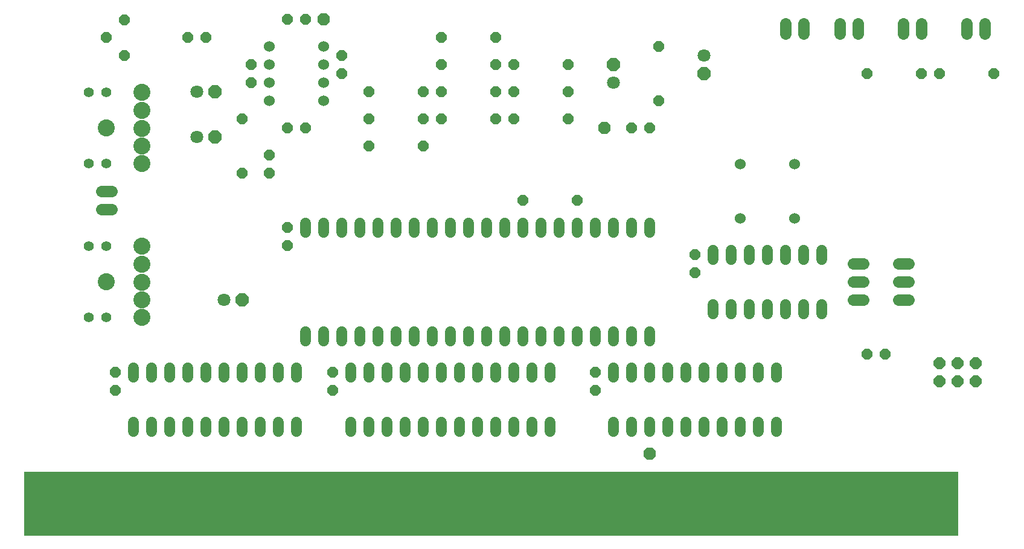
<source format=gts>
G04 EAGLE Gerber RS-274X export*
G75*
%MOMM*%
%FSLAX34Y34*%
%LPD*%
%INSoldermask Top*%
%IPPOS*%
%AMOC8*
5,1,8,0,0,1.08239X$1,22.5*%
G01*
%ADD10P,1.649562X8X292.500000*%
%ADD11P,1.649562X8X202.500000*%
%ADD12C,1.524000*%
%ADD13P,1.951982X8X22.500000*%
%ADD14C,1.803400*%
%ADD15P,1.649562X8X112.500000*%
%ADD16C,1.625600*%
%ADD17C,2.387600*%
%ADD18C,1.403200*%
%ADD19P,1.869504X8X292.500000*%
%ADD20P,1.951982X8X112.500000*%
%ADD21P,1.951982X8X292.500000*%
%ADD22R,1.983200X7.823200*%
%ADD23C,1.524000*%
%ADD24P,1.759533X8X22.500000*%
%ADD25P,1.869504X8X22.500000*%
%ADD26P,1.649562X8X22.500000*%

G36*
X1308120Y-758D02*
X1308120Y-758D01*
X1308139Y-760D01*
X1308241Y-738D01*
X1308343Y-722D01*
X1308360Y-712D01*
X1308380Y-708D01*
X1308469Y-655D01*
X1308560Y-606D01*
X1308574Y-592D01*
X1308591Y-582D01*
X1308658Y-503D01*
X1308730Y-428D01*
X1308738Y-410D01*
X1308751Y-395D01*
X1308790Y-299D01*
X1308833Y-205D01*
X1308835Y-185D01*
X1308843Y-167D01*
X1308861Y0D01*
X1308861Y88900D01*
X1308858Y88920D01*
X1308860Y88939D01*
X1308838Y89041D01*
X1308822Y89143D01*
X1308812Y89160D01*
X1308808Y89180D01*
X1308755Y89269D01*
X1308706Y89360D01*
X1308692Y89374D01*
X1308682Y89391D01*
X1308603Y89458D01*
X1308528Y89530D01*
X1308510Y89538D01*
X1308495Y89551D01*
X1308399Y89590D01*
X1308305Y89633D01*
X1308285Y89635D01*
X1308267Y89643D01*
X1308100Y89661D01*
X0Y89661D01*
X-20Y89658D01*
X-39Y89660D01*
X-141Y89638D01*
X-243Y89622D01*
X-260Y89612D01*
X-280Y89608D01*
X-369Y89555D01*
X-460Y89506D01*
X-474Y89492D01*
X-491Y89482D01*
X-558Y89403D01*
X-630Y89328D01*
X-638Y89310D01*
X-651Y89295D01*
X-690Y89199D01*
X-733Y89105D01*
X-735Y89085D01*
X-743Y89067D01*
X-761Y88900D01*
X-761Y0D01*
X-758Y-20D01*
X-760Y-39D01*
X-738Y-141D01*
X-722Y-243D01*
X-712Y-260D01*
X-708Y-280D01*
X-655Y-369D01*
X-606Y-460D01*
X-592Y-474D01*
X-582Y-491D01*
X-503Y-558D01*
X-428Y-630D01*
X-410Y-638D01*
X-395Y-651D01*
X-299Y-690D01*
X-205Y-733D01*
X-185Y-735D01*
X-167Y-743D01*
X0Y-761D01*
X1308100Y-761D01*
X1308120Y-758D01*
G37*
D10*
X139700Y673354D03*
X139700Y723646D03*
X114300Y698500D03*
D11*
X254000Y698500D03*
X228600Y698500D03*
D12*
X342900Y685800D03*
X342900Y660400D03*
X419100Y660400D03*
X419100Y685800D03*
X342900Y635000D03*
X342900Y609600D03*
X419100Y635000D03*
X419100Y609600D03*
D10*
X444500Y673100D03*
X444500Y647700D03*
D11*
X393700Y723900D03*
X368300Y723900D03*
X393700Y571500D03*
X368300Y571500D03*
D13*
X304800Y330200D03*
D14*
X279400Y330200D03*
D15*
X304800Y508000D03*
X304800Y584200D03*
X342900Y508000D03*
X342900Y533400D03*
D16*
X121412Y482600D02*
X107188Y482600D01*
X107188Y457200D02*
X121412Y457200D01*
D17*
X114300Y355600D03*
X164300Y380600D03*
X164300Y405600D03*
X164300Y330600D03*
X164300Y305600D03*
D18*
X114300Y405600D03*
X89300Y405600D03*
X89300Y305600D03*
X114300Y305600D03*
D17*
X164300Y355200D03*
D19*
X419100Y723900D03*
D10*
X889000Y685800D03*
X889000Y609600D03*
D20*
X825500Y660400D03*
D14*
X825500Y635000D03*
D21*
X952500Y647700D03*
D14*
X952500Y673100D03*
D11*
X876300Y571500D03*
X850900Y571500D03*
D19*
X812800Y571500D03*
D22*
X33380Y40872D03*
X58780Y40872D03*
X84180Y40872D03*
X109580Y40872D03*
X134980Y40872D03*
X160380Y40872D03*
X185780Y40872D03*
X211180Y40872D03*
X236580Y40872D03*
X261980Y40872D03*
X287380Y40872D03*
X312780Y40872D03*
X338180Y40872D03*
X363580Y40872D03*
X388980Y40872D03*
X414380Y40872D03*
X439780Y40872D03*
X465180Y40872D03*
X490580Y40872D03*
X515980Y40872D03*
X541380Y40872D03*
X566780Y40872D03*
X592180Y40872D03*
X617580Y40872D03*
X642980Y40872D03*
X668380Y40872D03*
X693780Y40872D03*
X719180Y40872D03*
X744580Y40872D03*
X769980Y40872D03*
X795380Y40872D03*
X820780Y40872D03*
X846180Y40872D03*
X871580Y40872D03*
X896980Y40872D03*
X922380Y40872D03*
X947780Y40872D03*
X973180Y40872D03*
X998580Y40872D03*
X1023980Y40872D03*
X1049380Y40872D03*
X1074780Y40872D03*
X1100180Y40872D03*
X1125580Y40872D03*
X1150980Y40872D03*
X1176380Y40872D03*
X1201780Y40872D03*
X1227180Y40872D03*
X1252580Y40872D03*
X1277980Y40872D03*
D23*
X825500Y145796D02*
X825500Y159004D01*
X850900Y159004D02*
X850900Y145796D01*
X876300Y145796D02*
X876300Y159004D01*
X901700Y159004D02*
X901700Y145796D01*
X927100Y145796D02*
X927100Y159004D01*
X952500Y159004D02*
X952500Y145796D01*
X977900Y145796D02*
X977900Y159004D01*
X1003300Y159004D02*
X1003300Y145796D01*
X1028700Y145796D02*
X1028700Y159004D01*
X1054100Y159004D02*
X1054100Y145796D01*
X1054100Y221996D02*
X1054100Y235204D01*
X1028700Y235204D02*
X1028700Y221996D01*
X1003300Y221996D02*
X1003300Y235204D01*
X977900Y235204D02*
X977900Y221996D01*
X952500Y221996D02*
X952500Y235204D01*
X927100Y235204D02*
X927100Y221996D01*
X901700Y221996D02*
X901700Y235204D01*
X876300Y235204D02*
X876300Y221996D01*
X850900Y221996D02*
X850900Y235204D01*
X825500Y235204D02*
X825500Y221996D01*
X457200Y159004D02*
X457200Y145796D01*
X482600Y145796D02*
X482600Y159004D01*
X508000Y159004D02*
X508000Y145796D01*
X533400Y145796D02*
X533400Y159004D01*
X558800Y159004D02*
X558800Y145796D01*
X584200Y145796D02*
X584200Y159004D01*
X609600Y159004D02*
X609600Y145796D01*
X635000Y145796D02*
X635000Y159004D01*
X660400Y159004D02*
X660400Y145796D01*
X685800Y145796D02*
X685800Y159004D01*
X711200Y159004D02*
X711200Y145796D01*
X736600Y145796D02*
X736600Y159004D01*
X736600Y221996D02*
X736600Y235204D01*
X711200Y235204D02*
X711200Y221996D01*
X685800Y221996D02*
X685800Y235204D01*
X660400Y235204D02*
X660400Y221996D01*
X635000Y221996D02*
X635000Y235204D01*
X609600Y235204D02*
X609600Y221996D01*
X584200Y221996D02*
X584200Y235204D01*
X558800Y235204D02*
X558800Y221996D01*
X533400Y221996D02*
X533400Y235204D01*
X508000Y235204D02*
X508000Y221996D01*
X482600Y221996D02*
X482600Y235204D01*
X457200Y235204D02*
X457200Y221996D01*
D24*
X1282700Y215900D03*
X1282700Y241300D03*
X1308100Y215900D03*
X1308100Y241300D03*
X1333500Y215900D03*
X1333500Y241300D03*
D25*
X876300Y114300D03*
D16*
X1257300Y704088D02*
X1257300Y718312D01*
X1231900Y718312D02*
X1231900Y704088D01*
X1346200Y704088D02*
X1346200Y718312D01*
X1320800Y718312D02*
X1320800Y704088D01*
D11*
X1257300Y647700D03*
X1181100Y647700D03*
X1358900Y647700D03*
X1282700Y647700D03*
D10*
X431800Y228600D03*
X431800Y203200D03*
X800100Y228600D03*
X800100Y203200D03*
D26*
X1181100Y254000D03*
X1206500Y254000D03*
D16*
X1092200Y704088D02*
X1092200Y718312D01*
X1066800Y718312D02*
X1066800Y704088D01*
D10*
X368300Y431800D03*
X368300Y406400D03*
X939800Y393700D03*
X939800Y368300D03*
X127000Y228600D03*
X127000Y203200D03*
D23*
X393700Y272796D02*
X393700Y286004D01*
X419100Y286004D02*
X419100Y272796D01*
X546100Y272796D02*
X546100Y286004D01*
X571500Y286004D02*
X571500Y272796D01*
X444500Y272796D02*
X444500Y286004D01*
X469900Y286004D02*
X469900Y272796D01*
X520700Y272796D02*
X520700Y286004D01*
X495300Y286004D02*
X495300Y272796D01*
X596900Y272796D02*
X596900Y286004D01*
X622300Y286004D02*
X622300Y272796D01*
X647700Y272796D02*
X647700Y286004D01*
X673100Y286004D02*
X673100Y272796D01*
X698500Y272796D02*
X698500Y286004D01*
X723900Y286004D02*
X723900Y272796D01*
X749300Y272796D02*
X749300Y286004D01*
X774700Y286004D02*
X774700Y272796D01*
X800100Y272796D02*
X800100Y286004D01*
X825500Y286004D02*
X825500Y272796D01*
X850900Y272796D02*
X850900Y286004D01*
X876300Y286004D02*
X876300Y272796D01*
X876300Y425196D02*
X876300Y438404D01*
X850900Y438404D02*
X850900Y425196D01*
X825500Y425196D02*
X825500Y438404D01*
X800100Y438404D02*
X800100Y425196D01*
X774700Y425196D02*
X774700Y438404D01*
X749300Y438404D02*
X749300Y425196D01*
X723900Y425196D02*
X723900Y438404D01*
X698500Y438404D02*
X698500Y425196D01*
X673100Y425196D02*
X673100Y438404D01*
X647700Y438404D02*
X647700Y425196D01*
X622300Y425196D02*
X622300Y438404D01*
X596900Y438404D02*
X596900Y425196D01*
X571500Y425196D02*
X571500Y438404D01*
X546100Y438404D02*
X546100Y425196D01*
X520700Y425196D02*
X520700Y438404D01*
X495300Y438404D02*
X495300Y425196D01*
X469900Y425196D02*
X469900Y438404D01*
X444500Y438404D02*
X444500Y425196D01*
X419100Y425196D02*
X419100Y438404D01*
X393700Y438404D02*
X393700Y425196D01*
X152400Y159004D02*
X152400Y145796D01*
X177800Y145796D02*
X177800Y159004D01*
X304800Y159004D02*
X304800Y145796D01*
X330200Y145796D02*
X330200Y159004D01*
X203200Y159004D02*
X203200Y145796D01*
X228600Y145796D02*
X228600Y159004D01*
X279400Y159004D02*
X279400Y145796D01*
X254000Y145796D02*
X254000Y159004D01*
X355600Y159004D02*
X355600Y145796D01*
X381000Y145796D02*
X381000Y159004D01*
X381000Y221996D02*
X381000Y235204D01*
X355600Y235204D02*
X355600Y221996D01*
X330200Y221996D02*
X330200Y235204D01*
X304800Y235204D02*
X304800Y221996D01*
X279400Y221996D02*
X279400Y235204D01*
X254000Y235204D02*
X254000Y221996D01*
X228600Y221996D02*
X228600Y235204D01*
X203200Y235204D02*
X203200Y221996D01*
X177800Y221996D02*
X177800Y235204D01*
X152400Y235204D02*
X152400Y221996D01*
D16*
X1168400Y704088D02*
X1168400Y718312D01*
X1143000Y718312D02*
X1143000Y704088D01*
D23*
X965200Y324104D02*
X965200Y310896D01*
X990600Y310896D02*
X990600Y324104D01*
X1117600Y324104D02*
X1117600Y310896D01*
X1117600Y387096D02*
X1117600Y400304D01*
X1016000Y324104D02*
X1016000Y310896D01*
X1041400Y310896D02*
X1041400Y324104D01*
X1092200Y324104D02*
X1092200Y310896D01*
X1066800Y310896D02*
X1066800Y324104D01*
X1092200Y387096D02*
X1092200Y400304D01*
X1066800Y400304D02*
X1066800Y387096D01*
X1041400Y387096D02*
X1041400Y400304D01*
X1016000Y400304D02*
X1016000Y387096D01*
X990600Y387096D02*
X990600Y400304D01*
X965200Y400304D02*
X965200Y387096D01*
D16*
X1161288Y330200D02*
X1175512Y330200D01*
X1175512Y355600D02*
X1161288Y355600D01*
X1161288Y381000D02*
X1175512Y381000D01*
X1224788Y330200D02*
X1239012Y330200D01*
X1239012Y355600D02*
X1224788Y355600D01*
X1224788Y381000D02*
X1239012Y381000D01*
D12*
X1003300Y444500D03*
X1079500Y444500D03*
X1079500Y520700D03*
X1003300Y520700D03*
D11*
X660400Y584200D03*
X584200Y584200D03*
X660400Y622300D03*
X584200Y622300D03*
X660400Y660400D03*
X584200Y660400D03*
X762000Y584200D03*
X685800Y584200D03*
X762000Y622300D03*
X685800Y622300D03*
X762000Y660400D03*
X685800Y660400D03*
X660400Y698500D03*
X584200Y698500D03*
D13*
X266700Y558800D03*
D14*
X241300Y558800D03*
D13*
X266700Y622300D03*
D14*
X241300Y622300D03*
D26*
X482600Y622300D03*
X558800Y622300D03*
X482600Y584200D03*
X558800Y584200D03*
X482600Y546100D03*
X558800Y546100D03*
X698500Y469900D03*
X774700Y469900D03*
D17*
X114300Y571500D03*
X164300Y596500D03*
X164300Y621500D03*
X164300Y546500D03*
X164300Y521500D03*
D18*
X114300Y621500D03*
X89300Y621500D03*
X89300Y521500D03*
X114300Y521500D03*
D17*
X164300Y571100D03*
D15*
X317500Y635000D03*
X317500Y660400D03*
M02*

</source>
